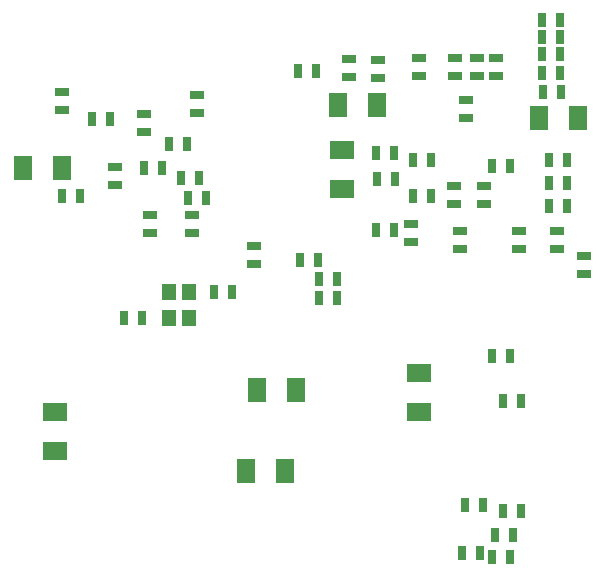
<source format=gbp>
G04 #@! TF.FileFunction,Paste,Bot*
%FSLAX46Y46*%
G04 Gerber Fmt 4.6, Leading zero omitted, Abs format (unit mm)*
G04 Created by KiCad (PCBNEW 0.201509020901+6148~28~ubuntu14.04.1-product) date Tue 20 Oct 2015 11:08:51 PM COT*
%MOMM*%
G01*
G04 APERTURE LIST*
%ADD10C,0.100000*%
%ADD11R,2.032000X1.524000*%
%ADD12R,1.143000X0.635000*%
%ADD13R,0.635000X1.143000*%
%ADD14R,1.524000X2.032000*%
%ADD15R,1.198880X1.399540*%
G04 APERTURE END LIST*
D10*
D11*
X30250000Y-110969000D03*
X30250000Y-114271000D03*
D12*
X42290000Y-84098000D03*
X42290000Y-85622000D03*
D13*
X43708000Y-100790000D03*
X45232000Y-100790000D03*
X37632000Y-103010000D03*
X36108000Y-103010000D03*
D12*
X30800000Y-83838000D03*
X30800000Y-85362000D03*
D13*
X30858000Y-92640000D03*
X32382000Y-92640000D03*
D12*
X47070000Y-96918000D03*
X47070000Y-98442000D03*
X35280000Y-91702000D03*
X35280000Y-90178000D03*
D13*
X41458000Y-92860000D03*
X42982000Y-92860000D03*
X41442000Y-88250000D03*
X39918000Y-88250000D03*
D12*
X37800000Y-85758000D03*
X37800000Y-87282000D03*
D14*
X30857000Y-90279800D03*
X27555000Y-90279800D03*
D15*
X41550000Y-100780000D03*
X41550000Y-102979640D03*
X39850740Y-102979640D03*
X39850740Y-100780000D03*
D13*
X33358000Y-86150000D03*
X34882000Y-86150000D03*
X39322000Y-90280000D03*
X37798000Y-90280000D03*
D12*
X41790000Y-95802000D03*
X41790000Y-94278000D03*
D13*
X42422000Y-91150000D03*
X40898000Y-91150000D03*
D12*
X38270000Y-95802000D03*
X38270000Y-94278000D03*
X75030000Y-97708000D03*
X75030000Y-99232000D03*
D13*
X52532000Y-98050000D03*
X51008000Y-98050000D03*
D12*
X72710000Y-97152000D03*
X72710000Y-95628000D03*
X57552400Y-81110400D03*
X57552400Y-82634400D03*
D13*
X73602000Y-91530000D03*
X72078000Y-91530000D03*
D12*
X64110000Y-80998000D03*
X64110000Y-82522000D03*
D13*
X57398000Y-89050000D03*
X58922000Y-89050000D03*
X67204400Y-106180200D03*
X68728400Y-106180200D03*
D12*
X65970000Y-80988000D03*
X65970000Y-82512000D03*
D13*
X57488000Y-91229000D03*
X59012000Y-91229000D03*
X52292000Y-82060000D03*
X50768000Y-82060000D03*
D12*
X67530000Y-80988000D03*
X67530000Y-82512000D03*
X55139400Y-81085000D03*
X55139400Y-82609000D03*
X61020000Y-80988000D03*
X61020000Y-82512000D03*
D13*
X57398000Y-95550000D03*
X58922000Y-95550000D03*
D12*
X60330000Y-96582000D03*
X60330000Y-95058000D03*
X69540000Y-97142000D03*
X69540000Y-95618000D03*
X64540000Y-97122000D03*
X64540000Y-95598000D03*
D13*
X73032000Y-83870000D03*
X71508000Y-83870000D03*
X73579800Y-93505600D03*
X72055800Y-93505600D03*
X60528000Y-89590000D03*
X62052000Y-89590000D03*
X60538000Y-92670000D03*
X62062000Y-92670000D03*
D12*
X66556700Y-93327800D03*
X66556700Y-91803800D03*
D13*
X68158000Y-110050000D03*
X69682000Y-110050000D03*
X68752000Y-90160000D03*
X67228000Y-90160000D03*
D12*
X63990000Y-93322000D03*
X63990000Y-91798000D03*
X65020000Y-84508000D03*
X65020000Y-86032000D03*
D13*
X73612000Y-89610000D03*
X72088000Y-89610000D03*
X52578000Y-99700000D03*
X54102000Y-99700000D03*
X52608000Y-101320000D03*
X54132000Y-101320000D03*
D11*
X54555200Y-92083200D03*
X54555200Y-88781200D03*
X61040000Y-107659000D03*
X61040000Y-110961000D03*
D14*
X57488900Y-84920400D03*
X54186900Y-84920400D03*
X50661000Y-109080000D03*
X47359000Y-109080000D03*
X74545000Y-86025300D03*
X71243000Y-86025300D03*
X46389000Y-115980000D03*
X49691000Y-115980000D03*
D13*
X71448000Y-77760000D03*
X72972000Y-77760000D03*
X71438000Y-79170000D03*
X72962000Y-79170000D03*
X71428000Y-80660000D03*
X72952000Y-80660000D03*
X71488000Y-82280000D03*
X73012000Y-82280000D03*
X68972000Y-121350000D03*
X67448000Y-121350000D03*
X68792000Y-123270000D03*
X67268000Y-123270000D03*
X69702000Y-119370000D03*
X68178000Y-119370000D03*
X64918000Y-118860000D03*
X66442000Y-118860000D03*
X64648000Y-122900000D03*
X66172000Y-122900000D03*
M02*

</source>
